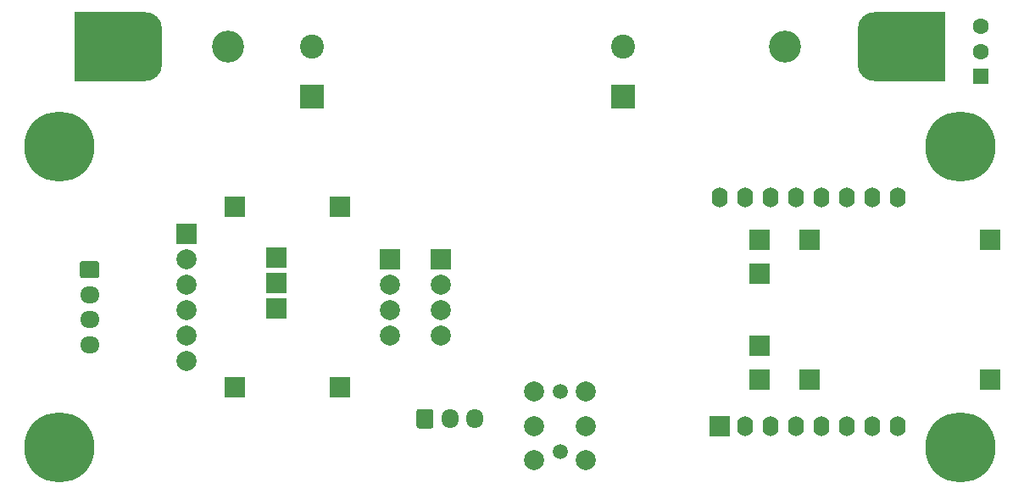
<source format=gbr>
G04 #@! TF.GenerationSoftware,KiCad,Pcbnew,6.0.7+dfsg-1~bpo11+1*
G04 #@! TF.ProjectId,wiscale-mod,77697363-616c-4652-9d6d-6f642e6b6963,rev?*
G04 #@! TF.SameCoordinates,Original*
G04 #@! TF.FileFunction,Soldermask,Top*
G04 #@! TF.FilePolarity,Negative*
%FSLAX46Y46*%
G04 Gerber Fmt 4.6, Leading zero omitted, Abs format (unit mm)*
%MOMM*%
%LPD*%
G01*
G04 APERTURE LIST*
%ADD10R,2.000000X2.000000*%
%ADD11C,2.000000*%
%ADD12O,1.700000X1.950000*%
%ADD13R,2.400000X2.400000*%
%ADD14C,2.400000*%
%ADD15R,1.600000X1.600000*%
%ADD16C,1.600000*%
%ADD17C,7.000000*%
%ADD18C,0.800000*%
%ADD19C,1.500000*%
%ADD20O,1.950000X1.700000*%
%ADD21C,3.200000*%
%ADD22R,7.000000X7.000000*%
%ADD23O,3.440000X6.880000*%
%ADD24O,1.600000X2.000000*%
G04 APERTURE END LIST*
D10*
X119265000Y-99850000D03*
D11*
X119265000Y-102390000D03*
X119265000Y-104930000D03*
X119265000Y-107470000D03*
X119265000Y-110010000D03*
X119265000Y-112550000D03*
D10*
X144665000Y-102390000D03*
X139585000Y-102390000D03*
D11*
X144665000Y-104930000D03*
X139585000Y-104930000D03*
X144665000Y-107470000D03*
X139585000Y-107470000D03*
X139585000Y-110010000D03*
X144665000Y-110010000D03*
G36*
G01*
X142250000Y-119075000D02*
X142250000Y-117625000D01*
G75*
G02*
X142500000Y-117375000I250000J0D01*
G01*
X143700000Y-117375000D01*
G75*
G02*
X143950000Y-117625000I0J-250000D01*
G01*
X143950000Y-119075000D01*
G75*
G02*
X143700000Y-119325000I-250000J0D01*
G01*
X142500000Y-119325000D01*
G75*
G02*
X142250000Y-119075000I0J250000D01*
G01*
G37*
D12*
X145600000Y-118350000D03*
X148100000Y-118350000D03*
D13*
X162909300Y-86155000D03*
D14*
X162909300Y-81155000D03*
D15*
X198584000Y-84157500D03*
D16*
X198584000Y-81657500D03*
X198584000Y-79157500D03*
D10*
X134600000Y-97200000D03*
X128250000Y-102280000D03*
X128250000Y-104820000D03*
X124100000Y-97200000D03*
X128250000Y-107360000D03*
X134600000Y-115200000D03*
X124100000Y-115200000D03*
D17*
X196600000Y-91200000D03*
D18*
X199225000Y-91200000D03*
X198456155Y-93056155D03*
X196600000Y-88575000D03*
X196600000Y-93825000D03*
X194743845Y-89343845D03*
X198456155Y-89343845D03*
X193975000Y-91200000D03*
X194743845Y-93056155D03*
D19*
X156600000Y-115600000D03*
X156600000Y-121600000D03*
D11*
X154000000Y-119100000D03*
X159200000Y-119100000D03*
X159200000Y-122500000D03*
X154000000Y-122500000D03*
X154000000Y-115600000D03*
X159200000Y-115600000D03*
D13*
X131794300Y-86200000D03*
D14*
X131794300Y-81200000D03*
D18*
X199225000Y-121200000D03*
D17*
X196600000Y-121200000D03*
D18*
X196600000Y-123825000D03*
X194743845Y-119343845D03*
X193975000Y-121200000D03*
X198456155Y-123056155D03*
X198456155Y-119343845D03*
X196600000Y-118575000D03*
X194743845Y-123056155D03*
G36*
G01*
X108875000Y-102600000D02*
X110325000Y-102600000D01*
G75*
G02*
X110575000Y-102850000I0J-250000D01*
G01*
X110575000Y-104050000D01*
G75*
G02*
X110325000Y-104300000I-250000J0D01*
G01*
X108875000Y-104300000D01*
G75*
G02*
X108625000Y-104050000I0J250000D01*
G01*
X108625000Y-102850000D01*
G75*
G02*
X108875000Y-102600000I250000J0D01*
G01*
G37*
D20*
X109600000Y-105950000D03*
X109600000Y-108450000D03*
X109600000Y-110950000D03*
D10*
X181550000Y-114450000D03*
X176550000Y-111050000D03*
X176550000Y-103850000D03*
X181550000Y-100450000D03*
X199550000Y-114450000D03*
X199550000Y-100450000D03*
X176550000Y-114450000D03*
X176550000Y-100450000D03*
D18*
X104743845Y-119343845D03*
X103975000Y-121200000D03*
D17*
X106600000Y-121200000D03*
D18*
X108456155Y-123056155D03*
X109225000Y-121200000D03*
X106600000Y-123825000D03*
X108456155Y-119343845D03*
X104743845Y-123056155D03*
X106600000Y-118575000D03*
D21*
X179040000Y-81200000D03*
X123430000Y-81200000D03*
D22*
X191600000Y-81200000D03*
D23*
X188050000Y-81200000D03*
X115150000Y-81200000D03*
D22*
X111600000Y-81200000D03*
D17*
X106600000Y-91200000D03*
D18*
X103975000Y-91200000D03*
X106600000Y-88575000D03*
X108456155Y-93056155D03*
X109225000Y-91200000D03*
X104743845Y-89343845D03*
X106600000Y-93825000D03*
X108456155Y-89343845D03*
X104743845Y-93056155D03*
D10*
X172520000Y-119060000D03*
D24*
X175060000Y-119060000D03*
X177600000Y-119060000D03*
X180140000Y-119060000D03*
X182680000Y-119060000D03*
X185220000Y-119060000D03*
X187760000Y-119060000D03*
X190300000Y-119060000D03*
X190300000Y-96200000D03*
X187760000Y-96200000D03*
X185220000Y-96200000D03*
X182680000Y-96200000D03*
X180140000Y-96200000D03*
X177600000Y-96200000D03*
X175060000Y-96200000D03*
X172520000Y-96200000D03*
M02*

</source>
